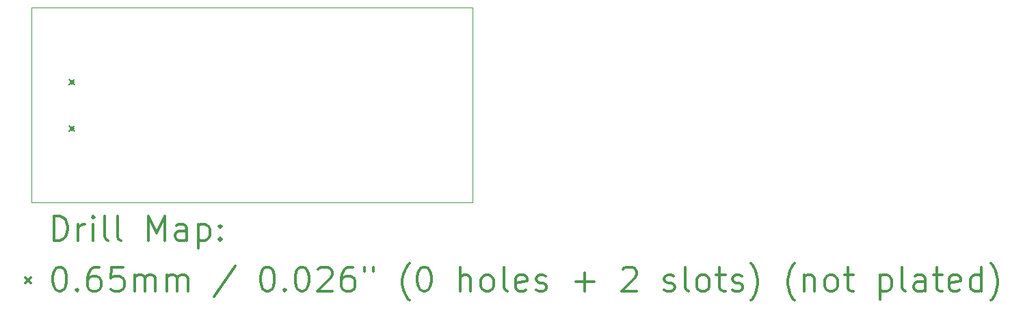
<source format=gbr>
%FSLAX45Y45*%
G04 Gerber Fmt 4.5, Leading zero omitted, Abs format (unit mm)*
G04 Created by KiCad (PCBNEW 5.1.9+dfsg1-1) date 2022-01-10 13:17:45*
%MOMM*%
%LPD*%
G01*
G04 APERTURE LIST*
%TA.AperFunction,Profile*%
%ADD10C,0.100000*%
%TD*%
%ADD11C,0.200000*%
%ADD12C,0.300000*%
G04 APERTURE END LIST*
D10*
X12890500Y-4635500D02*
X12890500Y-7048500D01*
X7429500Y-4635500D02*
X12890500Y-4635500D01*
X7429500Y-7048500D02*
X7429500Y-4635500D01*
X12890500Y-7048500D02*
X7429500Y-7048500D01*
D11*
X7900650Y-5526850D02*
X7965650Y-5591850D01*
X7965650Y-5526850D02*
X7900650Y-5591850D01*
X7933150Y-5536850D02*
X7933150Y-5536850D01*
X7933150Y-5581850D02*
X7933150Y-5581850D01*
X7933150Y-5536850D02*
G75*
G03*
X7933150Y-5581850I0J-22500D01*
G01*
X7933150Y-5581850D02*
G75*
G03*
X7933150Y-5536850I0J22500D01*
G01*
X7900650Y-6104850D02*
X7965650Y-6169850D01*
X7965650Y-6104850D02*
X7900650Y-6169850D01*
X7933150Y-6114850D02*
X7933150Y-6114850D01*
X7933150Y-6159850D02*
X7933150Y-6159850D01*
X7933150Y-6114850D02*
G75*
G03*
X7933150Y-6159850I0J-22500D01*
G01*
X7933150Y-6159850D02*
G75*
G03*
X7933150Y-6114850I0J22500D01*
G01*
D12*
X7710928Y-7519214D02*
X7710928Y-7219214D01*
X7782357Y-7219214D01*
X7825214Y-7233500D01*
X7853786Y-7262071D01*
X7868071Y-7290643D01*
X7882357Y-7347786D01*
X7882357Y-7390643D01*
X7868071Y-7447786D01*
X7853786Y-7476357D01*
X7825214Y-7504929D01*
X7782357Y-7519214D01*
X7710928Y-7519214D01*
X8010928Y-7519214D02*
X8010928Y-7319214D01*
X8010928Y-7376357D02*
X8025214Y-7347786D01*
X8039500Y-7333500D01*
X8068071Y-7319214D01*
X8096643Y-7319214D01*
X8196643Y-7519214D02*
X8196643Y-7319214D01*
X8196643Y-7219214D02*
X8182357Y-7233500D01*
X8196643Y-7247786D01*
X8210928Y-7233500D01*
X8196643Y-7219214D01*
X8196643Y-7247786D01*
X8382357Y-7519214D02*
X8353786Y-7504929D01*
X8339500Y-7476357D01*
X8339500Y-7219214D01*
X8539500Y-7519214D02*
X8510928Y-7504929D01*
X8496643Y-7476357D01*
X8496643Y-7219214D01*
X8882357Y-7519214D02*
X8882357Y-7219214D01*
X8982357Y-7433500D01*
X9082357Y-7219214D01*
X9082357Y-7519214D01*
X9353786Y-7519214D02*
X9353786Y-7362071D01*
X9339500Y-7333500D01*
X9310928Y-7319214D01*
X9253786Y-7319214D01*
X9225214Y-7333500D01*
X9353786Y-7504929D02*
X9325214Y-7519214D01*
X9253786Y-7519214D01*
X9225214Y-7504929D01*
X9210928Y-7476357D01*
X9210928Y-7447786D01*
X9225214Y-7419214D01*
X9253786Y-7404929D01*
X9325214Y-7404929D01*
X9353786Y-7390643D01*
X9496643Y-7319214D02*
X9496643Y-7619214D01*
X9496643Y-7333500D02*
X9525214Y-7319214D01*
X9582357Y-7319214D01*
X9610928Y-7333500D01*
X9625214Y-7347786D01*
X9639500Y-7376357D01*
X9639500Y-7462071D01*
X9625214Y-7490643D01*
X9610928Y-7504929D01*
X9582357Y-7519214D01*
X9525214Y-7519214D01*
X9496643Y-7504929D01*
X9768071Y-7490643D02*
X9782357Y-7504929D01*
X9768071Y-7519214D01*
X9753786Y-7504929D01*
X9768071Y-7490643D01*
X9768071Y-7519214D01*
X9768071Y-7333500D02*
X9782357Y-7347786D01*
X9768071Y-7362071D01*
X9753786Y-7347786D01*
X9768071Y-7333500D01*
X9768071Y-7362071D01*
X7359500Y-7981000D02*
X7424500Y-8046000D01*
X7424500Y-7981000D02*
X7359500Y-8046000D01*
X7768071Y-7849214D02*
X7796643Y-7849214D01*
X7825214Y-7863500D01*
X7839500Y-7877786D01*
X7853786Y-7906357D01*
X7868071Y-7963500D01*
X7868071Y-8034929D01*
X7853786Y-8092071D01*
X7839500Y-8120643D01*
X7825214Y-8134929D01*
X7796643Y-8149214D01*
X7768071Y-8149214D01*
X7739500Y-8134929D01*
X7725214Y-8120643D01*
X7710928Y-8092071D01*
X7696643Y-8034929D01*
X7696643Y-7963500D01*
X7710928Y-7906357D01*
X7725214Y-7877786D01*
X7739500Y-7863500D01*
X7768071Y-7849214D01*
X7996643Y-8120643D02*
X8010928Y-8134929D01*
X7996643Y-8149214D01*
X7982357Y-8134929D01*
X7996643Y-8120643D01*
X7996643Y-8149214D01*
X8268071Y-7849214D02*
X8210928Y-7849214D01*
X8182357Y-7863500D01*
X8168071Y-7877786D01*
X8139500Y-7920643D01*
X8125214Y-7977786D01*
X8125214Y-8092071D01*
X8139500Y-8120643D01*
X8153786Y-8134929D01*
X8182357Y-8149214D01*
X8239500Y-8149214D01*
X8268071Y-8134929D01*
X8282357Y-8120643D01*
X8296643Y-8092071D01*
X8296643Y-8020643D01*
X8282357Y-7992071D01*
X8268071Y-7977786D01*
X8239500Y-7963500D01*
X8182357Y-7963500D01*
X8153786Y-7977786D01*
X8139500Y-7992071D01*
X8125214Y-8020643D01*
X8568071Y-7849214D02*
X8425214Y-7849214D01*
X8410928Y-7992071D01*
X8425214Y-7977786D01*
X8453786Y-7963500D01*
X8525214Y-7963500D01*
X8553786Y-7977786D01*
X8568071Y-7992071D01*
X8582357Y-8020643D01*
X8582357Y-8092071D01*
X8568071Y-8120643D01*
X8553786Y-8134929D01*
X8525214Y-8149214D01*
X8453786Y-8149214D01*
X8425214Y-8134929D01*
X8410928Y-8120643D01*
X8710928Y-8149214D02*
X8710928Y-7949214D01*
X8710928Y-7977786D02*
X8725214Y-7963500D01*
X8753786Y-7949214D01*
X8796643Y-7949214D01*
X8825214Y-7963500D01*
X8839500Y-7992071D01*
X8839500Y-8149214D01*
X8839500Y-7992071D02*
X8853786Y-7963500D01*
X8882357Y-7949214D01*
X8925214Y-7949214D01*
X8953786Y-7963500D01*
X8968071Y-7992071D01*
X8968071Y-8149214D01*
X9110928Y-8149214D02*
X9110928Y-7949214D01*
X9110928Y-7977786D02*
X9125214Y-7963500D01*
X9153786Y-7949214D01*
X9196643Y-7949214D01*
X9225214Y-7963500D01*
X9239500Y-7992071D01*
X9239500Y-8149214D01*
X9239500Y-7992071D02*
X9253786Y-7963500D01*
X9282357Y-7949214D01*
X9325214Y-7949214D01*
X9353786Y-7963500D01*
X9368071Y-7992071D01*
X9368071Y-8149214D01*
X9953786Y-7834929D02*
X9696643Y-8220643D01*
X10339500Y-7849214D02*
X10368071Y-7849214D01*
X10396643Y-7863500D01*
X10410928Y-7877786D01*
X10425214Y-7906357D01*
X10439500Y-7963500D01*
X10439500Y-8034929D01*
X10425214Y-8092071D01*
X10410928Y-8120643D01*
X10396643Y-8134929D01*
X10368071Y-8149214D01*
X10339500Y-8149214D01*
X10310928Y-8134929D01*
X10296643Y-8120643D01*
X10282357Y-8092071D01*
X10268071Y-8034929D01*
X10268071Y-7963500D01*
X10282357Y-7906357D01*
X10296643Y-7877786D01*
X10310928Y-7863500D01*
X10339500Y-7849214D01*
X10568071Y-8120643D02*
X10582357Y-8134929D01*
X10568071Y-8149214D01*
X10553786Y-8134929D01*
X10568071Y-8120643D01*
X10568071Y-8149214D01*
X10768071Y-7849214D02*
X10796643Y-7849214D01*
X10825214Y-7863500D01*
X10839500Y-7877786D01*
X10853786Y-7906357D01*
X10868071Y-7963500D01*
X10868071Y-8034929D01*
X10853786Y-8092071D01*
X10839500Y-8120643D01*
X10825214Y-8134929D01*
X10796643Y-8149214D01*
X10768071Y-8149214D01*
X10739500Y-8134929D01*
X10725214Y-8120643D01*
X10710928Y-8092071D01*
X10696643Y-8034929D01*
X10696643Y-7963500D01*
X10710928Y-7906357D01*
X10725214Y-7877786D01*
X10739500Y-7863500D01*
X10768071Y-7849214D01*
X10982357Y-7877786D02*
X10996643Y-7863500D01*
X11025214Y-7849214D01*
X11096643Y-7849214D01*
X11125214Y-7863500D01*
X11139500Y-7877786D01*
X11153786Y-7906357D01*
X11153786Y-7934929D01*
X11139500Y-7977786D01*
X10968071Y-8149214D01*
X11153786Y-8149214D01*
X11410928Y-7849214D02*
X11353786Y-7849214D01*
X11325214Y-7863500D01*
X11310928Y-7877786D01*
X11282357Y-7920643D01*
X11268071Y-7977786D01*
X11268071Y-8092071D01*
X11282357Y-8120643D01*
X11296643Y-8134929D01*
X11325214Y-8149214D01*
X11382357Y-8149214D01*
X11410928Y-8134929D01*
X11425214Y-8120643D01*
X11439500Y-8092071D01*
X11439500Y-8020643D01*
X11425214Y-7992071D01*
X11410928Y-7977786D01*
X11382357Y-7963500D01*
X11325214Y-7963500D01*
X11296643Y-7977786D01*
X11282357Y-7992071D01*
X11268071Y-8020643D01*
X11553786Y-7849214D02*
X11553786Y-7906357D01*
X11668071Y-7849214D02*
X11668071Y-7906357D01*
X12110928Y-8263500D02*
X12096643Y-8249214D01*
X12068071Y-8206357D01*
X12053786Y-8177786D01*
X12039500Y-8134929D01*
X12025214Y-8063500D01*
X12025214Y-8006357D01*
X12039500Y-7934929D01*
X12053786Y-7892071D01*
X12068071Y-7863500D01*
X12096643Y-7820643D01*
X12110928Y-7806357D01*
X12282357Y-7849214D02*
X12310928Y-7849214D01*
X12339500Y-7863500D01*
X12353786Y-7877786D01*
X12368071Y-7906357D01*
X12382357Y-7963500D01*
X12382357Y-8034929D01*
X12368071Y-8092071D01*
X12353786Y-8120643D01*
X12339500Y-8134929D01*
X12310928Y-8149214D01*
X12282357Y-8149214D01*
X12253786Y-8134929D01*
X12239500Y-8120643D01*
X12225214Y-8092071D01*
X12210928Y-8034929D01*
X12210928Y-7963500D01*
X12225214Y-7906357D01*
X12239500Y-7877786D01*
X12253786Y-7863500D01*
X12282357Y-7849214D01*
X12739500Y-8149214D02*
X12739500Y-7849214D01*
X12868071Y-8149214D02*
X12868071Y-7992071D01*
X12853786Y-7963500D01*
X12825214Y-7949214D01*
X12782357Y-7949214D01*
X12753786Y-7963500D01*
X12739500Y-7977786D01*
X13053786Y-8149214D02*
X13025214Y-8134929D01*
X13010928Y-8120643D01*
X12996643Y-8092071D01*
X12996643Y-8006357D01*
X13010928Y-7977786D01*
X13025214Y-7963500D01*
X13053786Y-7949214D01*
X13096643Y-7949214D01*
X13125214Y-7963500D01*
X13139500Y-7977786D01*
X13153786Y-8006357D01*
X13153786Y-8092071D01*
X13139500Y-8120643D01*
X13125214Y-8134929D01*
X13096643Y-8149214D01*
X13053786Y-8149214D01*
X13325214Y-8149214D02*
X13296643Y-8134929D01*
X13282357Y-8106357D01*
X13282357Y-7849214D01*
X13553786Y-8134929D02*
X13525214Y-8149214D01*
X13468071Y-8149214D01*
X13439500Y-8134929D01*
X13425214Y-8106357D01*
X13425214Y-7992071D01*
X13439500Y-7963500D01*
X13468071Y-7949214D01*
X13525214Y-7949214D01*
X13553786Y-7963500D01*
X13568071Y-7992071D01*
X13568071Y-8020643D01*
X13425214Y-8049214D01*
X13682357Y-8134929D02*
X13710928Y-8149214D01*
X13768071Y-8149214D01*
X13796643Y-8134929D01*
X13810928Y-8106357D01*
X13810928Y-8092071D01*
X13796643Y-8063500D01*
X13768071Y-8049214D01*
X13725214Y-8049214D01*
X13696643Y-8034929D01*
X13682357Y-8006357D01*
X13682357Y-7992071D01*
X13696643Y-7963500D01*
X13725214Y-7949214D01*
X13768071Y-7949214D01*
X13796643Y-7963500D01*
X14168071Y-8034929D02*
X14396643Y-8034929D01*
X14282357Y-8149214D02*
X14282357Y-7920643D01*
X14753786Y-7877786D02*
X14768071Y-7863500D01*
X14796643Y-7849214D01*
X14868071Y-7849214D01*
X14896643Y-7863500D01*
X14910928Y-7877786D01*
X14925214Y-7906357D01*
X14925214Y-7934929D01*
X14910928Y-7977786D01*
X14739500Y-8149214D01*
X14925214Y-8149214D01*
X15268071Y-8134929D02*
X15296643Y-8149214D01*
X15353786Y-8149214D01*
X15382357Y-8134929D01*
X15396643Y-8106357D01*
X15396643Y-8092071D01*
X15382357Y-8063500D01*
X15353786Y-8049214D01*
X15310928Y-8049214D01*
X15282357Y-8034929D01*
X15268071Y-8006357D01*
X15268071Y-7992071D01*
X15282357Y-7963500D01*
X15310928Y-7949214D01*
X15353786Y-7949214D01*
X15382357Y-7963500D01*
X15568071Y-8149214D02*
X15539500Y-8134929D01*
X15525214Y-8106357D01*
X15525214Y-7849214D01*
X15725214Y-8149214D02*
X15696643Y-8134929D01*
X15682357Y-8120643D01*
X15668071Y-8092071D01*
X15668071Y-8006357D01*
X15682357Y-7977786D01*
X15696643Y-7963500D01*
X15725214Y-7949214D01*
X15768071Y-7949214D01*
X15796643Y-7963500D01*
X15810928Y-7977786D01*
X15825214Y-8006357D01*
X15825214Y-8092071D01*
X15810928Y-8120643D01*
X15796643Y-8134929D01*
X15768071Y-8149214D01*
X15725214Y-8149214D01*
X15910928Y-7949214D02*
X16025214Y-7949214D01*
X15953786Y-7849214D02*
X15953786Y-8106357D01*
X15968071Y-8134929D01*
X15996643Y-8149214D01*
X16025214Y-8149214D01*
X16110928Y-8134929D02*
X16139500Y-8149214D01*
X16196643Y-8149214D01*
X16225214Y-8134929D01*
X16239500Y-8106357D01*
X16239500Y-8092071D01*
X16225214Y-8063500D01*
X16196643Y-8049214D01*
X16153786Y-8049214D01*
X16125214Y-8034929D01*
X16110928Y-8006357D01*
X16110928Y-7992071D01*
X16125214Y-7963500D01*
X16153786Y-7949214D01*
X16196643Y-7949214D01*
X16225214Y-7963500D01*
X16339500Y-8263500D02*
X16353786Y-8249214D01*
X16382357Y-8206357D01*
X16396643Y-8177786D01*
X16410928Y-8134929D01*
X16425214Y-8063500D01*
X16425214Y-8006357D01*
X16410928Y-7934929D01*
X16396643Y-7892071D01*
X16382357Y-7863500D01*
X16353786Y-7820643D01*
X16339500Y-7806357D01*
X16882357Y-8263500D02*
X16868071Y-8249214D01*
X16839500Y-8206357D01*
X16825214Y-8177786D01*
X16810928Y-8134929D01*
X16796643Y-8063500D01*
X16796643Y-8006357D01*
X16810928Y-7934929D01*
X16825214Y-7892071D01*
X16839500Y-7863500D01*
X16868071Y-7820643D01*
X16882357Y-7806357D01*
X16996643Y-7949214D02*
X16996643Y-8149214D01*
X16996643Y-7977786D02*
X17010928Y-7963500D01*
X17039500Y-7949214D01*
X17082357Y-7949214D01*
X17110928Y-7963500D01*
X17125214Y-7992071D01*
X17125214Y-8149214D01*
X17310928Y-8149214D02*
X17282357Y-8134929D01*
X17268071Y-8120643D01*
X17253786Y-8092071D01*
X17253786Y-8006357D01*
X17268071Y-7977786D01*
X17282357Y-7963500D01*
X17310928Y-7949214D01*
X17353786Y-7949214D01*
X17382357Y-7963500D01*
X17396643Y-7977786D01*
X17410928Y-8006357D01*
X17410928Y-8092071D01*
X17396643Y-8120643D01*
X17382357Y-8134929D01*
X17353786Y-8149214D01*
X17310928Y-8149214D01*
X17496643Y-7949214D02*
X17610928Y-7949214D01*
X17539500Y-7849214D02*
X17539500Y-8106357D01*
X17553786Y-8134929D01*
X17582357Y-8149214D01*
X17610928Y-8149214D01*
X17939500Y-7949214D02*
X17939500Y-8249214D01*
X17939500Y-7963500D02*
X17968071Y-7949214D01*
X18025214Y-7949214D01*
X18053786Y-7963500D01*
X18068071Y-7977786D01*
X18082357Y-8006357D01*
X18082357Y-8092071D01*
X18068071Y-8120643D01*
X18053786Y-8134929D01*
X18025214Y-8149214D01*
X17968071Y-8149214D01*
X17939500Y-8134929D01*
X18253786Y-8149214D02*
X18225214Y-8134929D01*
X18210928Y-8106357D01*
X18210928Y-7849214D01*
X18496643Y-8149214D02*
X18496643Y-7992071D01*
X18482357Y-7963500D01*
X18453786Y-7949214D01*
X18396643Y-7949214D01*
X18368071Y-7963500D01*
X18496643Y-8134929D02*
X18468071Y-8149214D01*
X18396643Y-8149214D01*
X18368071Y-8134929D01*
X18353786Y-8106357D01*
X18353786Y-8077786D01*
X18368071Y-8049214D01*
X18396643Y-8034929D01*
X18468071Y-8034929D01*
X18496643Y-8020643D01*
X18596643Y-7949214D02*
X18710928Y-7949214D01*
X18639500Y-7849214D02*
X18639500Y-8106357D01*
X18653786Y-8134929D01*
X18682357Y-8149214D01*
X18710928Y-8149214D01*
X18925214Y-8134929D02*
X18896643Y-8149214D01*
X18839500Y-8149214D01*
X18810928Y-8134929D01*
X18796643Y-8106357D01*
X18796643Y-7992071D01*
X18810928Y-7963500D01*
X18839500Y-7949214D01*
X18896643Y-7949214D01*
X18925214Y-7963500D01*
X18939500Y-7992071D01*
X18939500Y-8020643D01*
X18796643Y-8049214D01*
X19196643Y-8149214D02*
X19196643Y-7849214D01*
X19196643Y-8134929D02*
X19168071Y-8149214D01*
X19110928Y-8149214D01*
X19082357Y-8134929D01*
X19068071Y-8120643D01*
X19053786Y-8092071D01*
X19053786Y-8006357D01*
X19068071Y-7977786D01*
X19082357Y-7963500D01*
X19110928Y-7949214D01*
X19168071Y-7949214D01*
X19196643Y-7963500D01*
X19310928Y-8263500D02*
X19325214Y-8249214D01*
X19353786Y-8206357D01*
X19368071Y-8177786D01*
X19382357Y-8134929D01*
X19396643Y-8063500D01*
X19396643Y-8006357D01*
X19382357Y-7934929D01*
X19368071Y-7892071D01*
X19353786Y-7863500D01*
X19325214Y-7820643D01*
X19310928Y-7806357D01*
M02*

</source>
